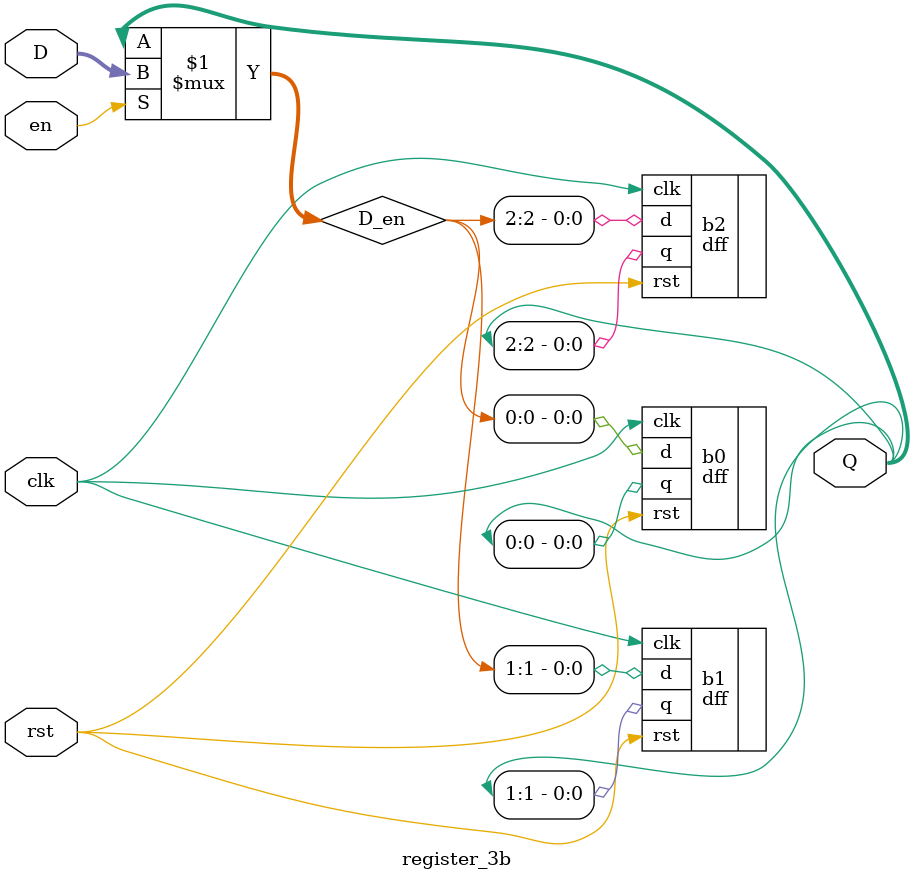
<source format=v>
module register_3b (
	input clk,
	input rst,
	input en,
	input [2:0] D,
	output [2:0] Q
);
	wire [2:0] D_en;
	assign D_en = en ? D : Q;

	dff b0(.q(Q[0]), .d(D_en[0]), .clk(clk), .rst(rst));
	dff b1(.q(Q[1]), .d(D_en[1]), .clk(clk), .rst(rst));
	dff b2(.q(Q[2]), .d(D_en[2]), .clk(clk), .rst(rst));
endmodule
</source>
